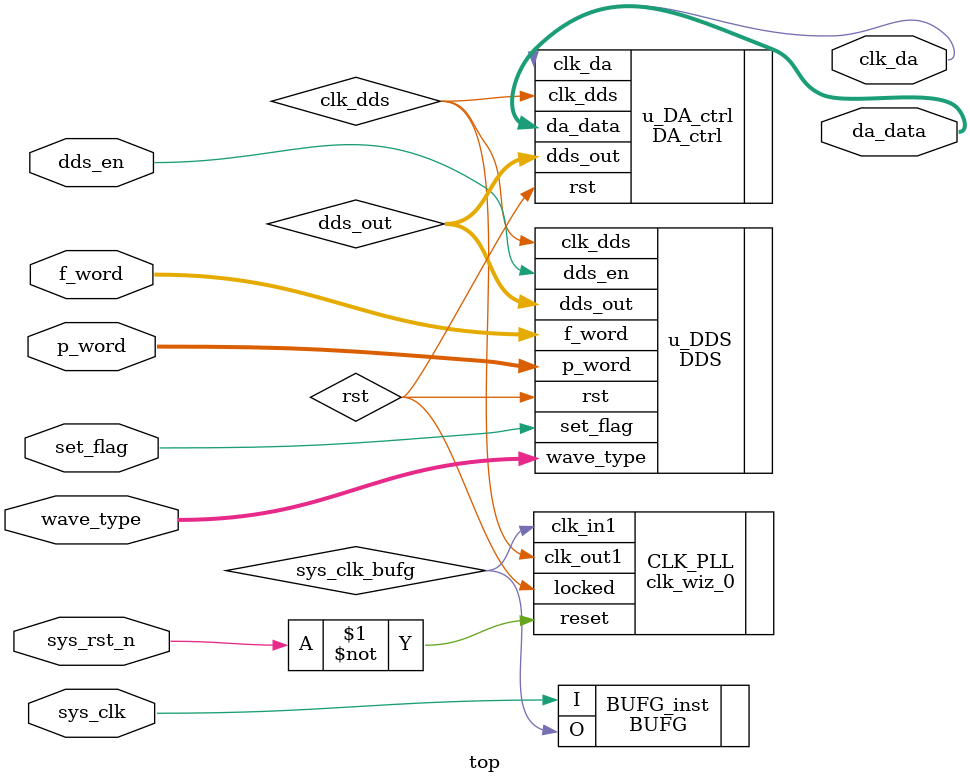
<source format=v>
module top
(
    input   wire            sys_clk         ,
    input   wire            sys_rst_n       ,
    input   wire            dds_en          ,//*dds使能信号
    input   wire            set_flag        ,//*设置参数的脉冲信号
    input   wire    [31:0]  f_word          ,//*频率控制字
    input   wire    [11:0]  p_word          ,//*相位控制字
    input   wire    [1:0]   wave_type       ,//*波的类型
    output  wire            clk_da          ,
    output  wire    [7:0]   da_data 
);

wire            sys_clk_bufg            ;
wire            clk_dds                 ;
wire            rst                     ;

wire    [7:0]   dds_out                 ;

//*原语，HDGC引脚需经过BUFG才能连接PLL
BUFG BUFG_inst (
    .O(sys_clk_bufg), // 1-bit output: Clock output.
    .I(sys_clk) // 1-bit input: Clock input.
);

//*PLL模块
clk_wiz_0 CLK_PLL
(
    .clk_out1(clk_dds),//*DDS时钟信号 - 100MHz
    .reset(~sys_rst_n), //*系统复位信号
    .locked(rst),       //*模块复位信号
    .clk_in1(sys_clk_bufg)//*系统时钟
);

//*DDS模块
DDS u_DDS
(
    .clk_dds    ( clk_dds    ),
    .rst        ( rst        ),
    .dds_en     ( dds_en     ),
    .set_flag   ( set_flag   ),
    .f_word     ( f_word     ),
    .p_word     ( p_word     ),
    .wave_type  ( wave_type  ),
    .dds_out    ( dds_out    )
);

//*DA输出模块
DA_ctrl u_DA_ctrl
(
    .clk_dds  ( clk_dds  ),
    .rst      ( rst      ),
    .dds_out  ( dds_out  ),
    .clk_da   ( clk_da   ),
    .da_data  ( da_data  )
);





endmodule
</source>
